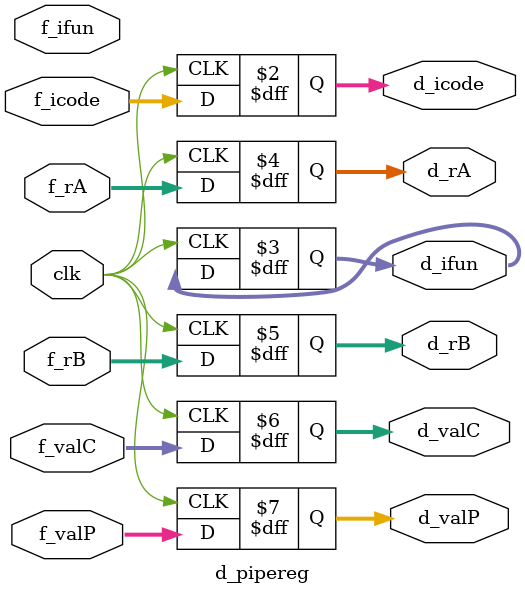
<source format=v>
`timescale 1ps/1ps

module d_pipereg(clk, f_icode, f_ifun, f_rA, f_rB, f_valC, f_valP, d_icode, d_ifun, d_rA, d_rB, d_valC, d_valP);

    parameter n = 64;
    input clk;
    input [3:0] f_icode, f_ifun;
    input [3:0] f_rA, f_rB;
    input [n-1:0] f_valC;
    input [n-1:0] f_valP;
    output reg [3:0] d_icode, d_ifun;
    output reg [3:0] d_rA, d_rB;
    output reg [n-1:0] d_valC;
    output reg [n-1:0] d_valP;

    always @(posedge clk) 
    begin
        d_icode <= f_icode;
        d_ifun <= d_ifun;
        d_rA <= f_rA;
        d_rB <= f_rB;
        d_valC <= f_valC;
        d_valP <= f_valP;
    end

endmodule

</source>
